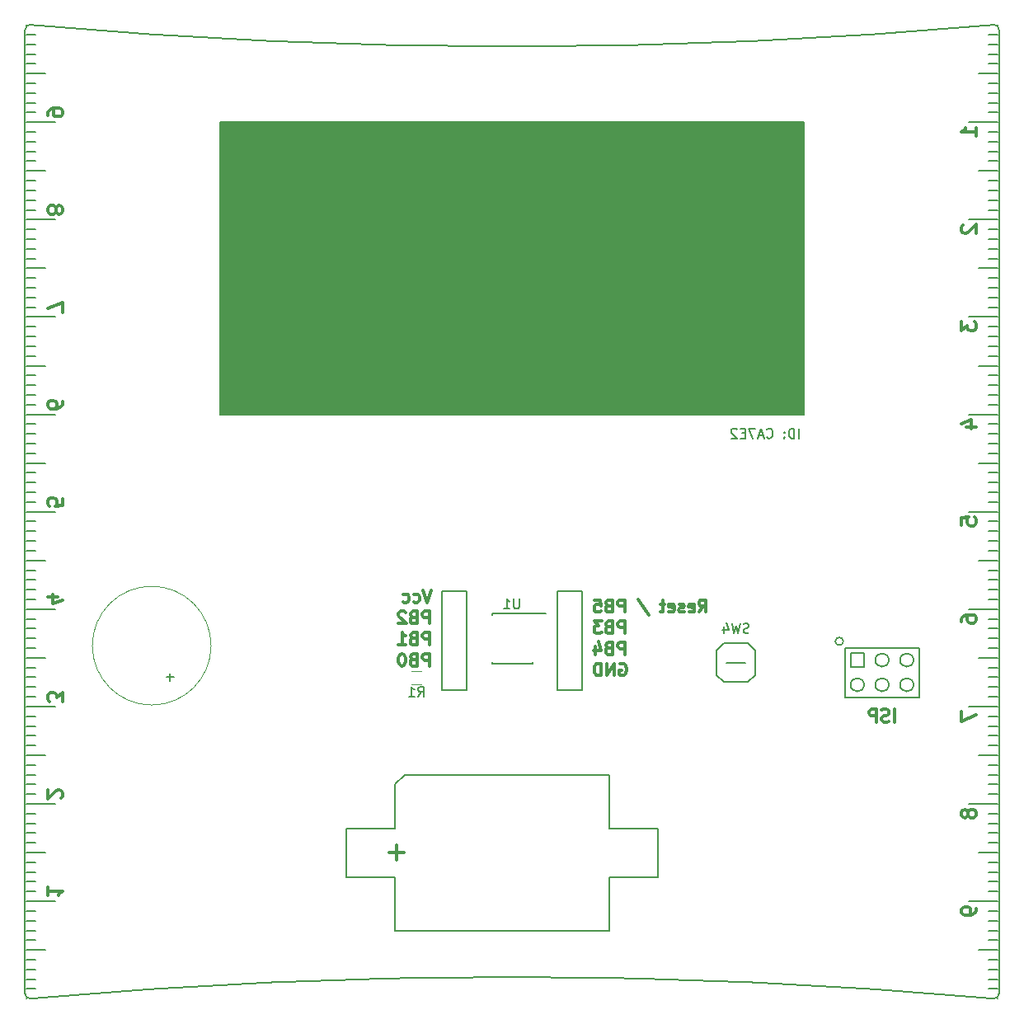
<source format=gbr>
%TF.GenerationSoftware,KiCad,Pcbnew,5.0.0*%
%TF.CreationDate,2018-09-20T16:03:51+02:00*%
%TF.ProjectId,adri,616472692E6B696361645F7063620000,rev?*%
%TF.SameCoordinates,Original*%
%TF.FileFunction,Legend,Bot*%
%TF.FilePolarity,Positive*%
%FSLAX46Y46*%
G04 Gerber Fmt 4.6, Leading zero omitted, Abs format (unit mm)*
G04 Created by KiCad (PCBNEW 5.0.0) date Thu Sep 20 16:03:51 2018*
%MOMM*%
%LPD*%
G01*
G04 APERTURE LIST*
%ADD10C,0.150000*%
%ADD11C,0.300000*%
%ADD12C,0.200000*%
%ADD13C,0.120000*%
%ADD14C,0.203200*%
G04 APERTURE END LIST*
D10*
X169452380Y-92452380D02*
X169452380Y-91452380D01*
X168976190Y-92452380D02*
X168976190Y-91452380D01*
X168738095Y-91452380D01*
X168595238Y-91500000D01*
X168500000Y-91595238D01*
X168452380Y-91690476D01*
X168404761Y-91880952D01*
X168404761Y-92023809D01*
X168452380Y-92214285D01*
X168500000Y-92309523D01*
X168595238Y-92404761D01*
X168738095Y-92452380D01*
X168976190Y-92452380D01*
X167976190Y-92357142D02*
X167928571Y-92404761D01*
X167976190Y-92452380D01*
X168023809Y-92404761D01*
X167976190Y-92357142D01*
X167976190Y-92452380D01*
X167976190Y-91833333D02*
X167928571Y-91880952D01*
X167976190Y-91928571D01*
X168023809Y-91880952D01*
X167976190Y-91833333D01*
X167976190Y-91928571D01*
X166166666Y-92357142D02*
X166214285Y-92404761D01*
X166357142Y-92452380D01*
X166452380Y-92452380D01*
X166595238Y-92404761D01*
X166690476Y-92309523D01*
X166738095Y-92214285D01*
X166785714Y-92023809D01*
X166785714Y-91880952D01*
X166738095Y-91690476D01*
X166690476Y-91595238D01*
X166595238Y-91500000D01*
X166452380Y-91452380D01*
X166357142Y-91452380D01*
X166214285Y-91500000D01*
X166166666Y-91547619D01*
X165785714Y-92166666D02*
X165309523Y-92166666D01*
X165880952Y-92452380D02*
X165547619Y-91452380D01*
X165214285Y-92452380D01*
X164976190Y-91452380D02*
X164309523Y-91452380D01*
X164738095Y-92452380D01*
X163928571Y-91928571D02*
X163595238Y-91928571D01*
X163452380Y-92452380D02*
X163928571Y-92452380D01*
X163928571Y-91452380D01*
X163452380Y-91452380D01*
X163071428Y-91547619D02*
X163023809Y-91500000D01*
X162928571Y-91452380D01*
X162690476Y-91452380D01*
X162595238Y-91500000D01*
X162547619Y-91547619D01*
X162500000Y-91642857D01*
X162500000Y-91738095D01*
X162547619Y-91880952D01*
X163119047Y-92452380D01*
X162500000Y-92452380D01*
G36*
X110000000Y-60000000D02*
X170000000Y-60000000D01*
X170000000Y-90000000D01*
X110000000Y-90000000D01*
X110000000Y-60000000D01*
G37*
X110000000Y-60000000D02*
X170000000Y-60000000D01*
X170000000Y-90000000D01*
X110000000Y-90000000D01*
X110000000Y-60000000D01*
X90500000Y-150000000D02*
G75*
G02X90000000Y-149500000I0J500000D01*
G01*
X190000000Y-149500000D02*
G75*
G02X189500000Y-150000000I-500000J0D01*
G01*
X189500000Y-50000000D02*
G75*
G02X190000000Y-50500000I0J-500000D01*
G01*
X90000000Y-50500000D02*
G75*
G02X90500000Y-50000000I500000J0D01*
G01*
D11*
X131685952Y-108052976D02*
X131269285Y-109302976D01*
X130852619Y-108052976D01*
X129900238Y-109243452D02*
X130019285Y-109302976D01*
X130257380Y-109302976D01*
X130376428Y-109243452D01*
X130435952Y-109183928D01*
X130495476Y-109064880D01*
X130495476Y-108707738D01*
X130435952Y-108588690D01*
X130376428Y-108529166D01*
X130257380Y-108469642D01*
X130019285Y-108469642D01*
X129900238Y-108529166D01*
X128828809Y-109243452D02*
X128947857Y-109302976D01*
X129185952Y-109302976D01*
X129305000Y-109243452D01*
X129364523Y-109183928D01*
X129424047Y-109064880D01*
X129424047Y-108707738D01*
X129364523Y-108588690D01*
X129305000Y-108529166D01*
X129185952Y-108469642D01*
X128947857Y-108469642D01*
X128828809Y-108529166D01*
X131507380Y-111477976D02*
X131507380Y-110227976D01*
X131031190Y-110227976D01*
X130912142Y-110287500D01*
X130852619Y-110347023D01*
X130793095Y-110466071D01*
X130793095Y-110644642D01*
X130852619Y-110763690D01*
X130912142Y-110823214D01*
X131031190Y-110882738D01*
X131507380Y-110882738D01*
X129840714Y-110823214D02*
X129662142Y-110882738D01*
X129602619Y-110942261D01*
X129543095Y-111061309D01*
X129543095Y-111239880D01*
X129602619Y-111358928D01*
X129662142Y-111418452D01*
X129781190Y-111477976D01*
X130257380Y-111477976D01*
X130257380Y-110227976D01*
X129840714Y-110227976D01*
X129721666Y-110287500D01*
X129662142Y-110347023D01*
X129602619Y-110466071D01*
X129602619Y-110585119D01*
X129662142Y-110704166D01*
X129721666Y-110763690D01*
X129840714Y-110823214D01*
X130257380Y-110823214D01*
X129066904Y-110347023D02*
X129007380Y-110287500D01*
X128888333Y-110227976D01*
X128590714Y-110227976D01*
X128471666Y-110287500D01*
X128412142Y-110347023D01*
X128352619Y-110466071D01*
X128352619Y-110585119D01*
X128412142Y-110763690D01*
X129126428Y-111477976D01*
X128352619Y-111477976D01*
X131507380Y-113652976D02*
X131507380Y-112402976D01*
X131031190Y-112402976D01*
X130912142Y-112462500D01*
X130852619Y-112522023D01*
X130793095Y-112641071D01*
X130793095Y-112819642D01*
X130852619Y-112938690D01*
X130912142Y-112998214D01*
X131031190Y-113057738D01*
X131507380Y-113057738D01*
X129840714Y-112998214D02*
X129662142Y-113057738D01*
X129602619Y-113117261D01*
X129543095Y-113236309D01*
X129543095Y-113414880D01*
X129602619Y-113533928D01*
X129662142Y-113593452D01*
X129781190Y-113652976D01*
X130257380Y-113652976D01*
X130257380Y-112402976D01*
X129840714Y-112402976D01*
X129721666Y-112462500D01*
X129662142Y-112522023D01*
X129602619Y-112641071D01*
X129602619Y-112760119D01*
X129662142Y-112879166D01*
X129721666Y-112938690D01*
X129840714Y-112998214D01*
X130257380Y-112998214D01*
X128352619Y-113652976D02*
X129066904Y-113652976D01*
X128709761Y-113652976D02*
X128709761Y-112402976D01*
X128828809Y-112581547D01*
X128947857Y-112700595D01*
X129066904Y-112760119D01*
X131507380Y-115827976D02*
X131507380Y-114577976D01*
X131031190Y-114577976D01*
X130912142Y-114637500D01*
X130852619Y-114697023D01*
X130793095Y-114816071D01*
X130793095Y-114994642D01*
X130852619Y-115113690D01*
X130912142Y-115173214D01*
X131031190Y-115232738D01*
X131507380Y-115232738D01*
X129840714Y-115173214D02*
X129662142Y-115232738D01*
X129602619Y-115292261D01*
X129543095Y-115411309D01*
X129543095Y-115589880D01*
X129602619Y-115708928D01*
X129662142Y-115768452D01*
X129781190Y-115827976D01*
X130257380Y-115827976D01*
X130257380Y-114577976D01*
X129840714Y-114577976D01*
X129721666Y-114637500D01*
X129662142Y-114697023D01*
X129602619Y-114816071D01*
X129602619Y-114935119D01*
X129662142Y-115054166D01*
X129721666Y-115113690D01*
X129840714Y-115173214D01*
X130257380Y-115173214D01*
X128769285Y-114577976D02*
X128650238Y-114577976D01*
X128531190Y-114637500D01*
X128471666Y-114697023D01*
X128412142Y-114816071D01*
X128352619Y-115054166D01*
X128352619Y-115351785D01*
X128412142Y-115589880D01*
X128471666Y-115708928D01*
X128531190Y-115768452D01*
X128650238Y-115827976D01*
X128769285Y-115827976D01*
X128888333Y-115768452D01*
X128947857Y-115708928D01*
X129007380Y-115589880D01*
X129066904Y-115351785D01*
X129066904Y-115054166D01*
X129007380Y-114816071D01*
X128947857Y-114697023D01*
X128888333Y-114637500D01*
X128769285Y-114577976D01*
X159206904Y-110302976D02*
X159623571Y-109707738D01*
X159921190Y-110302976D02*
X159921190Y-109052976D01*
X159445000Y-109052976D01*
X159325952Y-109112500D01*
X159266428Y-109172023D01*
X159206904Y-109291071D01*
X159206904Y-109469642D01*
X159266428Y-109588690D01*
X159325952Y-109648214D01*
X159445000Y-109707738D01*
X159921190Y-109707738D01*
X158195000Y-110243452D02*
X158314047Y-110302976D01*
X158552142Y-110302976D01*
X158671190Y-110243452D01*
X158730714Y-110124404D01*
X158730714Y-109648214D01*
X158671190Y-109529166D01*
X158552142Y-109469642D01*
X158314047Y-109469642D01*
X158195000Y-109529166D01*
X158135476Y-109648214D01*
X158135476Y-109767261D01*
X158730714Y-109886309D01*
X157659285Y-110243452D02*
X157540238Y-110302976D01*
X157302142Y-110302976D01*
X157183095Y-110243452D01*
X157123571Y-110124404D01*
X157123571Y-110064880D01*
X157183095Y-109945833D01*
X157302142Y-109886309D01*
X157480714Y-109886309D01*
X157599761Y-109826785D01*
X157659285Y-109707738D01*
X157659285Y-109648214D01*
X157599761Y-109529166D01*
X157480714Y-109469642D01*
X157302142Y-109469642D01*
X157183095Y-109529166D01*
X156111666Y-110243452D02*
X156230714Y-110302976D01*
X156468809Y-110302976D01*
X156587857Y-110243452D01*
X156647380Y-110124404D01*
X156647380Y-109648214D01*
X156587857Y-109529166D01*
X156468809Y-109469642D01*
X156230714Y-109469642D01*
X156111666Y-109529166D01*
X156052142Y-109648214D01*
X156052142Y-109767261D01*
X156647380Y-109886309D01*
X155695000Y-109469642D02*
X155218809Y-109469642D01*
X155516428Y-109052976D02*
X155516428Y-110124404D01*
X155456904Y-110243452D01*
X155337857Y-110302976D01*
X155218809Y-110302976D01*
X152956904Y-108993452D02*
X154028333Y-110600595D01*
X151587857Y-110302976D02*
X151587857Y-109052976D01*
X151111666Y-109052976D01*
X150992619Y-109112500D01*
X150933095Y-109172023D01*
X150873571Y-109291071D01*
X150873571Y-109469642D01*
X150933095Y-109588690D01*
X150992619Y-109648214D01*
X151111666Y-109707738D01*
X151587857Y-109707738D01*
X149921190Y-109648214D02*
X149742619Y-109707738D01*
X149683095Y-109767261D01*
X149623571Y-109886309D01*
X149623571Y-110064880D01*
X149683095Y-110183928D01*
X149742619Y-110243452D01*
X149861666Y-110302976D01*
X150337857Y-110302976D01*
X150337857Y-109052976D01*
X149921190Y-109052976D01*
X149802142Y-109112500D01*
X149742619Y-109172023D01*
X149683095Y-109291071D01*
X149683095Y-109410119D01*
X149742619Y-109529166D01*
X149802142Y-109588690D01*
X149921190Y-109648214D01*
X150337857Y-109648214D01*
X148492619Y-109052976D02*
X149087857Y-109052976D01*
X149147380Y-109648214D01*
X149087857Y-109588690D01*
X148968809Y-109529166D01*
X148671190Y-109529166D01*
X148552142Y-109588690D01*
X148492619Y-109648214D01*
X148433095Y-109767261D01*
X148433095Y-110064880D01*
X148492619Y-110183928D01*
X148552142Y-110243452D01*
X148671190Y-110302976D01*
X148968809Y-110302976D01*
X149087857Y-110243452D01*
X149147380Y-110183928D01*
X151587857Y-112477976D02*
X151587857Y-111227976D01*
X151111666Y-111227976D01*
X150992619Y-111287500D01*
X150933095Y-111347023D01*
X150873571Y-111466071D01*
X150873571Y-111644642D01*
X150933095Y-111763690D01*
X150992619Y-111823214D01*
X151111666Y-111882738D01*
X151587857Y-111882738D01*
X149921190Y-111823214D02*
X149742619Y-111882738D01*
X149683095Y-111942261D01*
X149623571Y-112061309D01*
X149623571Y-112239880D01*
X149683095Y-112358928D01*
X149742619Y-112418452D01*
X149861666Y-112477976D01*
X150337857Y-112477976D01*
X150337857Y-111227976D01*
X149921190Y-111227976D01*
X149802142Y-111287500D01*
X149742619Y-111347023D01*
X149683095Y-111466071D01*
X149683095Y-111585119D01*
X149742619Y-111704166D01*
X149802142Y-111763690D01*
X149921190Y-111823214D01*
X150337857Y-111823214D01*
X149206904Y-111227976D02*
X148433095Y-111227976D01*
X148849761Y-111704166D01*
X148671190Y-111704166D01*
X148552142Y-111763690D01*
X148492619Y-111823214D01*
X148433095Y-111942261D01*
X148433095Y-112239880D01*
X148492619Y-112358928D01*
X148552142Y-112418452D01*
X148671190Y-112477976D01*
X149028333Y-112477976D01*
X149147380Y-112418452D01*
X149206904Y-112358928D01*
X151587857Y-114652976D02*
X151587857Y-113402976D01*
X151111666Y-113402976D01*
X150992619Y-113462500D01*
X150933095Y-113522023D01*
X150873571Y-113641071D01*
X150873571Y-113819642D01*
X150933095Y-113938690D01*
X150992619Y-113998214D01*
X151111666Y-114057738D01*
X151587857Y-114057738D01*
X149921190Y-113998214D02*
X149742619Y-114057738D01*
X149683095Y-114117261D01*
X149623571Y-114236309D01*
X149623571Y-114414880D01*
X149683095Y-114533928D01*
X149742619Y-114593452D01*
X149861666Y-114652976D01*
X150337857Y-114652976D01*
X150337857Y-113402976D01*
X149921190Y-113402976D01*
X149802142Y-113462500D01*
X149742619Y-113522023D01*
X149683095Y-113641071D01*
X149683095Y-113760119D01*
X149742619Y-113879166D01*
X149802142Y-113938690D01*
X149921190Y-113998214D01*
X150337857Y-113998214D01*
X148552142Y-113819642D02*
X148552142Y-114652976D01*
X148849761Y-113343452D02*
X149147380Y-114236309D01*
X148373571Y-114236309D01*
X151052142Y-115637500D02*
X151171190Y-115577976D01*
X151349761Y-115577976D01*
X151528333Y-115637500D01*
X151647380Y-115756547D01*
X151706904Y-115875595D01*
X151766428Y-116113690D01*
X151766428Y-116292261D01*
X151706904Y-116530357D01*
X151647380Y-116649404D01*
X151528333Y-116768452D01*
X151349761Y-116827976D01*
X151230714Y-116827976D01*
X151052142Y-116768452D01*
X150992619Y-116708928D01*
X150992619Y-116292261D01*
X151230714Y-116292261D01*
X150456904Y-116827976D02*
X150456904Y-115577976D01*
X149742619Y-116827976D01*
X149742619Y-115577976D01*
X149147380Y-116827976D02*
X149147380Y-115577976D01*
X148849761Y-115577976D01*
X148671190Y-115637500D01*
X148552142Y-115756547D01*
X148492619Y-115875595D01*
X148433095Y-116113690D01*
X148433095Y-116292261D01*
X148492619Y-116530357D01*
X148552142Y-116649404D01*
X148671190Y-116768452D01*
X148849761Y-116827976D01*
X149147380Y-116827976D01*
X179269047Y-121588095D02*
X179269047Y-120288095D01*
X178711904Y-121526190D02*
X178526190Y-121588095D01*
X178216666Y-121588095D01*
X178092857Y-121526190D01*
X178030952Y-121464285D01*
X177969047Y-121340476D01*
X177969047Y-121216666D01*
X178030952Y-121092857D01*
X178092857Y-121030952D01*
X178216666Y-120969047D01*
X178464285Y-120907142D01*
X178588095Y-120845238D01*
X178650000Y-120783333D01*
X178711904Y-120659523D01*
X178711904Y-120535714D01*
X178650000Y-120411904D01*
X178588095Y-120350000D01*
X178464285Y-120288095D01*
X178154761Y-120288095D01*
X177969047Y-120350000D01*
X177411904Y-121588095D02*
X177411904Y-120288095D01*
X176916666Y-120288095D01*
X176792857Y-120350000D01*
X176730952Y-120411904D01*
X176669047Y-120535714D01*
X176669047Y-120721428D01*
X176730952Y-120845238D01*
X176792857Y-120907142D01*
X176916666Y-120969047D01*
X177411904Y-120969047D01*
X186178571Y-101357142D02*
X186178571Y-100642857D01*
X186892857Y-100571428D01*
X186821428Y-100642857D01*
X186750000Y-100785714D01*
X186750000Y-101142857D01*
X186821428Y-101285714D01*
X186892857Y-101357142D01*
X187035714Y-101428571D01*
X187392857Y-101428571D01*
X187535714Y-101357142D01*
X187607142Y-101285714D01*
X187678571Y-101142857D01*
X187678571Y-100785714D01*
X187607142Y-100642857D01*
X187535714Y-100571428D01*
X186678571Y-91285714D02*
X187678571Y-91285714D01*
X186107142Y-90928571D02*
X187178571Y-90571428D01*
X187178571Y-91500000D01*
X187678571Y-61428571D02*
X187678571Y-60571428D01*
X187678571Y-61000000D02*
X186178571Y-61000000D01*
X186392857Y-60857142D01*
X186535714Y-60714285D01*
X186607142Y-60571428D01*
X186178571Y-80500000D02*
X186178571Y-81428571D01*
X186750000Y-80928571D01*
X186750000Y-81142857D01*
X186821428Y-81285714D01*
X186892857Y-81357142D01*
X187035714Y-81428571D01*
X187392857Y-81428571D01*
X187535714Y-81357142D01*
X187607142Y-81285714D01*
X187678571Y-81142857D01*
X187678571Y-80714285D01*
X187607142Y-80571428D01*
X187535714Y-80500000D01*
X186178571Y-120500000D02*
X186178571Y-121500000D01*
X187678571Y-120857142D01*
X187678571Y-140714285D02*
X187678571Y-141000000D01*
X187607142Y-141142857D01*
X187535714Y-141214285D01*
X187321428Y-141357142D01*
X187035714Y-141428571D01*
X186464285Y-141428571D01*
X186321428Y-141357142D01*
X186250000Y-141285714D01*
X186178571Y-141142857D01*
X186178571Y-140857142D01*
X186250000Y-140714285D01*
X186321428Y-140642857D01*
X186464285Y-140571428D01*
X186821428Y-140571428D01*
X186964285Y-140642857D01*
X187035714Y-140714285D01*
X187107142Y-140857142D01*
X187107142Y-141142857D01*
X187035714Y-141285714D01*
X186964285Y-141357142D01*
X186821428Y-141428571D01*
X186821428Y-130857142D02*
X186750000Y-130714285D01*
X186678571Y-130642857D01*
X186535714Y-130571428D01*
X186464285Y-130571428D01*
X186321428Y-130642857D01*
X186250000Y-130714285D01*
X186178571Y-130857142D01*
X186178571Y-131142857D01*
X186250000Y-131285714D01*
X186321428Y-131357142D01*
X186464285Y-131428571D01*
X186535714Y-131428571D01*
X186678571Y-131357142D01*
X186750000Y-131285714D01*
X186821428Y-131142857D01*
X186821428Y-130857142D01*
X186892857Y-130714285D01*
X186964285Y-130642857D01*
X187107142Y-130571428D01*
X187392857Y-130571428D01*
X187535714Y-130642857D01*
X187607142Y-130714285D01*
X187678571Y-130857142D01*
X187678571Y-131142857D01*
X187607142Y-131285714D01*
X187535714Y-131357142D01*
X187392857Y-131428571D01*
X187107142Y-131428571D01*
X186964285Y-131357142D01*
X186892857Y-131285714D01*
X186821428Y-131142857D01*
X186321428Y-70571428D02*
X186250000Y-70642857D01*
X186178571Y-70785714D01*
X186178571Y-71142857D01*
X186250000Y-71285714D01*
X186321428Y-71357142D01*
X186464285Y-71428571D01*
X186607142Y-71428571D01*
X186821428Y-71357142D01*
X187678571Y-70500000D01*
X187678571Y-71428571D01*
X186178571Y-111285714D02*
X186178571Y-111000000D01*
X186250000Y-110857142D01*
X186321428Y-110785714D01*
X186535714Y-110642857D01*
X186821428Y-110571428D01*
X187392857Y-110571428D01*
X187535714Y-110642857D01*
X187607142Y-110714285D01*
X187678571Y-110857142D01*
X187678571Y-111142857D01*
X187607142Y-111285714D01*
X187535714Y-111357142D01*
X187392857Y-111428571D01*
X187035714Y-111428571D01*
X186892857Y-111357142D01*
X186821428Y-111285714D01*
X186750000Y-111142857D01*
X186750000Y-110857142D01*
X186821428Y-110714285D01*
X186892857Y-110642857D01*
X187035714Y-110571428D01*
D10*
X90500001Y-150000000D02*
G75*
G02X189500000Y-150000000I49499999J-550000000D01*
G01*
X189499999Y-50000000D02*
G75*
G02X90500000Y-50000000I-49500000J549999999D01*
G01*
D11*
X92321428Y-59285714D02*
X92321428Y-59000000D01*
X92392857Y-58857142D01*
X92464285Y-58785714D01*
X92678571Y-58642857D01*
X92964285Y-58571428D01*
X93535714Y-58571428D01*
X93678571Y-58642857D01*
X93750000Y-58714285D01*
X93821428Y-58857142D01*
X93821428Y-59142857D01*
X93750000Y-59285714D01*
X93678571Y-59357142D01*
X93535714Y-59428571D01*
X93178571Y-59428571D01*
X93035714Y-59357142D01*
X92964285Y-59285714D01*
X92892857Y-59142857D01*
X92892857Y-58857142D01*
X92964285Y-58714285D01*
X93035714Y-58642857D01*
X93178571Y-58571428D01*
X93178571Y-69142857D02*
X93250000Y-69285714D01*
X93321428Y-69357142D01*
X93464285Y-69428571D01*
X93535714Y-69428571D01*
X93678571Y-69357142D01*
X93750000Y-69285714D01*
X93821428Y-69142857D01*
X93821428Y-68857142D01*
X93750000Y-68714285D01*
X93678571Y-68642857D01*
X93535714Y-68571428D01*
X93464285Y-68571428D01*
X93321428Y-68642857D01*
X93250000Y-68714285D01*
X93178571Y-68857142D01*
X93178571Y-69142857D01*
X93107142Y-69285714D01*
X93035714Y-69357142D01*
X92892857Y-69428571D01*
X92607142Y-69428571D01*
X92464285Y-69357142D01*
X92392857Y-69285714D01*
X92321428Y-69142857D01*
X92321428Y-68857142D01*
X92392857Y-68714285D01*
X92464285Y-68642857D01*
X92607142Y-68571428D01*
X92892857Y-68571428D01*
X93035714Y-68642857D01*
X93107142Y-68714285D01*
X93178571Y-68857142D01*
X93821428Y-79500000D02*
X93821428Y-78500000D01*
X92321428Y-79142857D01*
X93821428Y-88714285D02*
X93821428Y-89000000D01*
X93750000Y-89142857D01*
X93678571Y-89214285D01*
X93464285Y-89357142D01*
X93178571Y-89428571D01*
X92607142Y-89428571D01*
X92464285Y-89357142D01*
X92392857Y-89285714D01*
X92321428Y-89142857D01*
X92321428Y-88857142D01*
X92392857Y-88714285D01*
X92464285Y-88642857D01*
X92607142Y-88571428D01*
X92964285Y-88571428D01*
X93107142Y-88642857D01*
X93178571Y-88714285D01*
X93250000Y-88857142D01*
X93250000Y-89142857D01*
X93178571Y-89285714D01*
X93107142Y-89357142D01*
X92964285Y-89428571D01*
X93821428Y-98642857D02*
X93821428Y-99357142D01*
X93107142Y-99428571D01*
X93178571Y-99357142D01*
X93250000Y-99214285D01*
X93250000Y-98857142D01*
X93178571Y-98714285D01*
X93107142Y-98642857D01*
X92964285Y-98571428D01*
X92607142Y-98571428D01*
X92464285Y-98642857D01*
X92392857Y-98714285D01*
X92321428Y-98857142D01*
X92321428Y-99214285D01*
X92392857Y-99357142D01*
X92464285Y-99428571D01*
X93321428Y-108714285D02*
X92321428Y-108714285D01*
X93892857Y-109071428D02*
X92821428Y-109428571D01*
X92821428Y-108500000D01*
X93821428Y-119500000D02*
X93821428Y-118571428D01*
X93250000Y-119071428D01*
X93250000Y-118857142D01*
X93178571Y-118714285D01*
X93107142Y-118642857D01*
X92964285Y-118571428D01*
X92607142Y-118571428D01*
X92464285Y-118642857D01*
X92392857Y-118714285D01*
X92321428Y-118857142D01*
X92321428Y-119285714D01*
X92392857Y-119428571D01*
X92464285Y-119500000D01*
X93678571Y-129428571D02*
X93750000Y-129357142D01*
X93821428Y-129214285D01*
X93821428Y-128857142D01*
X93750000Y-128714285D01*
X93678571Y-128642857D01*
X93535714Y-128571428D01*
X93392857Y-128571428D01*
X93178571Y-128642857D01*
X92321428Y-129500000D01*
X92321428Y-128571428D01*
X92321428Y-138571428D02*
X92321428Y-139428571D01*
X92321428Y-139000000D02*
X93821428Y-139000000D01*
X93607142Y-139142857D01*
X93464285Y-139285714D01*
X93392857Y-139428571D01*
D10*
X90000000Y-149500000D02*
X90000000Y-50500000D01*
X190000000Y-149500000D02*
X190000000Y-50500000D01*
D12*
X189900000Y-80000000D02*
X186900000Y-80000000D01*
D10*
X189900000Y-81000000D02*
X188900000Y-81000000D01*
X189900000Y-82000000D02*
X188900000Y-82000000D01*
X189900000Y-83000000D02*
X188900000Y-83000000D01*
X189900000Y-84000000D02*
X188900000Y-84000000D01*
D12*
X189900000Y-85000000D02*
X187900000Y-85000000D01*
D10*
X189900000Y-86000000D02*
X188900000Y-86000000D01*
X189900000Y-87000000D02*
X188900000Y-87000000D01*
X189900000Y-88000000D02*
X188900000Y-88000000D01*
X189900000Y-89000000D02*
X188900000Y-89000000D01*
D12*
X189900000Y-90000000D02*
X186900000Y-90000000D01*
X189900000Y-70000000D02*
X186900000Y-70000000D01*
D10*
X189900000Y-69000000D02*
X188900000Y-69000000D01*
X189900000Y-68000000D02*
X188900000Y-68000000D01*
X189900000Y-67000000D02*
X188900000Y-67000000D01*
X189900000Y-66000000D02*
X188900000Y-66000000D01*
D12*
X189900000Y-65000000D02*
X187900000Y-65000000D01*
D10*
X189900000Y-64000000D02*
X188900000Y-64000000D01*
X189900000Y-63000000D02*
X188900000Y-63000000D01*
X189900000Y-62000000D02*
X188900000Y-62000000D01*
X189900000Y-61000000D02*
X188900000Y-61000000D01*
D12*
X189900000Y-60000000D02*
X186900000Y-60000000D01*
X189900000Y-70000000D02*
X186900000Y-70000000D01*
D10*
X189900000Y-71000000D02*
X188900000Y-71000000D01*
X189900000Y-72000000D02*
X188900000Y-72000000D01*
X189900000Y-73000000D02*
X188900000Y-73000000D01*
X189900000Y-74000000D02*
X188900000Y-74000000D01*
D12*
X189900000Y-75000000D02*
X187900000Y-75000000D01*
D10*
X189900000Y-76000000D02*
X188900000Y-76000000D01*
X189900000Y-77000000D02*
X188900000Y-77000000D01*
X189900000Y-78000000D02*
X188900000Y-78000000D01*
X189900000Y-79000000D02*
X188900000Y-79000000D01*
D12*
X189900000Y-80000000D02*
X186900000Y-80000000D01*
X189900000Y-100000000D02*
X186900000Y-100000000D01*
D10*
X189900000Y-99000000D02*
X188900000Y-99000000D01*
X189900000Y-98000000D02*
X188900000Y-98000000D01*
X189900000Y-97000000D02*
X188900000Y-97000000D01*
X189900000Y-96000000D02*
X188900000Y-96000000D01*
D12*
X189900000Y-95000000D02*
X187900000Y-95000000D01*
D10*
X189900000Y-94000000D02*
X188900000Y-94000000D01*
X189900000Y-93000000D02*
X188900000Y-93000000D01*
X189900000Y-92000000D02*
X188900000Y-92000000D01*
X189900000Y-91000000D02*
X188900000Y-91000000D01*
D12*
X189900000Y-90000000D02*
X186900000Y-90000000D01*
X189900000Y-130000000D02*
X186900000Y-130000000D01*
D10*
X189900000Y-131000000D02*
X188900000Y-131000000D01*
X189900000Y-132000000D02*
X188900000Y-132000000D01*
X189900000Y-133000000D02*
X188900000Y-133000000D01*
X189900000Y-134000000D02*
X188900000Y-134000000D01*
D12*
X189900000Y-135000000D02*
X187900000Y-135000000D01*
D10*
X189900000Y-136000000D02*
X188900000Y-136000000D01*
X189900000Y-137000000D02*
X188900000Y-137000000D01*
X189900000Y-138000000D02*
X188900000Y-138000000D01*
X189900000Y-139000000D02*
X188900000Y-139000000D01*
D12*
X189900000Y-140000000D02*
X186900000Y-140000000D01*
X189900000Y-100000000D02*
X186900000Y-100000000D01*
D10*
X189900000Y-101000000D02*
X188900000Y-101000000D01*
X189900000Y-102000000D02*
X188900000Y-102000000D01*
X189900000Y-103000000D02*
X188900000Y-103000000D01*
X189900000Y-104000000D02*
X188900000Y-104000000D01*
D12*
X189900000Y-105000000D02*
X187900000Y-105000000D01*
D10*
X189900000Y-106000000D02*
X188900000Y-106000000D01*
X189900000Y-107000000D02*
X188900000Y-107000000D01*
X189900000Y-108000000D02*
X188900000Y-108000000D01*
X189900000Y-109000000D02*
X188900000Y-109000000D01*
D12*
X189900000Y-110000000D02*
X186900000Y-110000000D01*
X189900000Y-130000000D02*
X186900000Y-130000000D01*
D10*
X189900000Y-129000000D02*
X188900000Y-129000000D01*
X189900000Y-128000000D02*
X188900000Y-128000000D01*
X189900000Y-127000000D02*
X188900000Y-127000000D01*
X189900000Y-126000000D02*
X188900000Y-126000000D01*
D12*
X189900000Y-125000000D02*
X187900000Y-125000000D01*
D10*
X189900000Y-124000000D02*
X188900000Y-124000000D01*
X189900000Y-123000000D02*
X188900000Y-123000000D01*
X189900000Y-122000000D02*
X188900000Y-122000000D01*
X189900000Y-121000000D02*
X188900000Y-121000000D01*
D12*
X189900000Y-120000000D02*
X186900000Y-120000000D01*
X189900000Y-120000000D02*
X186900000Y-120000000D01*
D10*
X189900000Y-119000000D02*
X188900000Y-119000000D01*
X189900000Y-118000000D02*
X188900000Y-118000000D01*
X189900000Y-117000000D02*
X188900000Y-117000000D01*
X189900000Y-116000000D02*
X188900000Y-116000000D01*
D12*
X189900000Y-115000000D02*
X187900000Y-115000000D01*
D10*
X189900000Y-114000000D02*
X188900000Y-114000000D01*
X189900000Y-113000000D02*
X188900000Y-113000000D01*
X189900000Y-112000000D02*
X188900000Y-112000000D01*
X189900000Y-111000000D02*
X188900000Y-111000000D01*
D12*
X189900000Y-110000000D02*
X186900000Y-110000000D01*
X189900000Y-150000000D02*
X189900000Y-150000000D01*
X189900000Y-140000000D02*
X189900000Y-140000000D01*
D10*
X189900000Y-141000000D02*
X188900000Y-141000000D01*
X189900000Y-142000000D02*
X188900000Y-142000000D01*
X189900000Y-143000000D02*
X188900000Y-143000000D01*
X189900000Y-144000000D02*
X188900000Y-144000000D01*
D12*
X189900000Y-145000000D02*
X187900000Y-145000000D01*
D10*
X189900000Y-146000000D02*
X188900000Y-146000000D01*
X189900000Y-147000000D02*
X188900000Y-147000000D01*
X189900000Y-148000000D02*
X188900000Y-148000000D01*
X189900000Y-149000000D02*
X188900000Y-149000000D01*
X189900000Y-59000000D02*
X188900000Y-59000000D01*
X189900000Y-58000000D02*
X188900000Y-58000000D01*
X189900000Y-57000000D02*
X188900000Y-57000000D01*
X189900000Y-56000000D02*
X188900000Y-56000000D01*
D12*
X189900000Y-55000000D02*
X187900000Y-55000000D01*
D10*
X189900000Y-54000000D02*
X188900000Y-54000000D01*
X189900000Y-53000000D02*
X188900000Y-53000000D01*
X189900000Y-52000000D02*
X188900000Y-52000000D01*
X189900000Y-51000000D02*
X188900000Y-51000000D01*
D12*
X189900000Y-50000000D02*
X189900000Y-50000000D01*
X189900000Y-60000000D02*
X189900000Y-60000000D01*
D10*
X90100000Y-51000000D02*
X91100000Y-51000000D01*
X90100000Y-52000000D02*
X91100000Y-52000000D01*
X90100000Y-53000000D02*
X91100000Y-53000000D01*
X90100000Y-54000000D02*
X91100000Y-54000000D01*
D12*
X90100000Y-55000000D02*
X92100000Y-55000000D01*
D10*
X90100000Y-56000000D02*
X91100000Y-56000000D01*
X90100000Y-57000000D02*
X91100000Y-57000000D01*
X90100000Y-58000000D02*
X91100000Y-58000000D01*
X90100000Y-59000000D02*
X91100000Y-59000000D01*
D12*
X90100000Y-60000000D02*
X90100000Y-60000000D01*
X90100000Y-50000000D02*
X90100000Y-50000000D01*
X90100000Y-80000000D02*
X93100000Y-80000000D01*
D10*
X90100000Y-79000000D02*
X91100000Y-79000000D01*
X90100000Y-78000000D02*
X91100000Y-78000000D01*
X90100000Y-77000000D02*
X91100000Y-77000000D01*
X90100000Y-76000000D02*
X91100000Y-76000000D01*
D12*
X90100000Y-75000000D02*
X92100000Y-75000000D01*
D10*
X90100000Y-74000000D02*
X91100000Y-74000000D01*
X90100000Y-73000000D02*
X91100000Y-73000000D01*
X90100000Y-72000000D02*
X91100000Y-72000000D01*
X90100000Y-71000000D02*
X91100000Y-71000000D01*
D12*
X90100000Y-70000000D02*
X93100000Y-70000000D01*
X90100000Y-90000000D02*
X93100000Y-90000000D01*
D10*
X90100000Y-91000000D02*
X91100000Y-91000000D01*
X90100000Y-92000000D02*
X91100000Y-92000000D01*
X90100000Y-93000000D02*
X91100000Y-93000000D01*
X90100000Y-94000000D02*
X91100000Y-94000000D01*
D12*
X90100000Y-95000000D02*
X92100000Y-95000000D01*
D10*
X90100000Y-96000000D02*
X91100000Y-96000000D01*
X90100000Y-97000000D02*
X91100000Y-97000000D01*
X90100000Y-98000000D02*
X91100000Y-98000000D01*
X90100000Y-99000000D02*
X91100000Y-99000000D01*
D12*
X90100000Y-100000000D02*
X93100000Y-100000000D01*
X90100000Y-90000000D02*
X93100000Y-90000000D01*
D10*
X90100000Y-89000000D02*
X91100000Y-89000000D01*
X90100000Y-88000000D02*
X91100000Y-88000000D01*
X90100000Y-87000000D02*
X91100000Y-87000000D01*
X90100000Y-86000000D02*
X91100000Y-86000000D01*
D12*
X90100000Y-85000000D02*
X92100000Y-85000000D01*
D10*
X90100000Y-84000000D02*
X91100000Y-84000000D01*
X90100000Y-83000000D02*
X91100000Y-83000000D01*
X90100000Y-82000000D02*
X91100000Y-82000000D01*
X90100000Y-81000000D02*
X91100000Y-81000000D01*
D12*
X90100000Y-80000000D02*
X93100000Y-80000000D01*
X90100000Y-60000000D02*
X93100000Y-60000000D01*
D10*
X90100000Y-61000000D02*
X91100000Y-61000000D01*
X90100000Y-62000000D02*
X91100000Y-62000000D01*
X90100000Y-63000000D02*
X91100000Y-63000000D01*
X90100000Y-64000000D02*
X91100000Y-64000000D01*
D12*
X90100000Y-65000000D02*
X92100000Y-65000000D01*
D10*
X90100000Y-66000000D02*
X91100000Y-66000000D01*
X90100000Y-67000000D02*
X91100000Y-67000000D01*
X90100000Y-68000000D02*
X91100000Y-68000000D01*
X90100000Y-69000000D02*
X91100000Y-69000000D01*
D12*
X90100000Y-70000000D02*
X93100000Y-70000000D01*
X90100000Y-110000000D02*
X93100000Y-110000000D01*
D10*
X90100000Y-111000000D02*
X91100000Y-111000000D01*
X90100000Y-112000000D02*
X91100000Y-112000000D01*
X90100000Y-113000000D02*
X91100000Y-113000000D01*
X90100000Y-114000000D02*
X91100000Y-114000000D01*
D12*
X90100000Y-115000000D02*
X92100000Y-115000000D01*
D10*
X90100000Y-116000000D02*
X91100000Y-116000000D01*
X90100000Y-117000000D02*
X91100000Y-117000000D01*
X90100000Y-118000000D02*
X91100000Y-118000000D01*
X90100000Y-119000000D02*
X91100000Y-119000000D01*
D12*
X90100000Y-120000000D02*
X93100000Y-120000000D01*
X90100000Y-110000000D02*
X93100000Y-110000000D01*
D10*
X90100000Y-109000000D02*
X91100000Y-109000000D01*
X90100000Y-108000000D02*
X91100000Y-108000000D01*
X90100000Y-107000000D02*
X91100000Y-107000000D01*
X90100000Y-106000000D02*
X91100000Y-106000000D01*
D12*
X90100000Y-105000000D02*
X92100000Y-105000000D01*
D10*
X90100000Y-104000000D02*
X91100000Y-104000000D01*
X90100000Y-103000000D02*
X91100000Y-103000000D01*
X90100000Y-102000000D02*
X91100000Y-102000000D01*
X90100000Y-101000000D02*
X91100000Y-101000000D01*
D12*
X90100000Y-100000000D02*
X93100000Y-100000000D01*
X90100000Y-120000000D02*
X93100000Y-120000000D01*
D10*
X90100000Y-121000000D02*
X91100000Y-121000000D01*
X90100000Y-122000000D02*
X91100000Y-122000000D01*
X90100000Y-123000000D02*
X91100000Y-123000000D01*
X90100000Y-124000000D02*
X91100000Y-124000000D01*
D12*
X90100000Y-125000000D02*
X92100000Y-125000000D01*
D10*
X90100000Y-126000000D02*
X91100000Y-126000000D01*
X90100000Y-127000000D02*
X91100000Y-127000000D01*
X90100000Y-128000000D02*
X91100000Y-128000000D01*
X90100000Y-129000000D02*
X91100000Y-129000000D01*
D12*
X90100000Y-130000000D02*
X93100000Y-130000000D01*
X90100000Y-140000000D02*
X90100000Y-140000000D01*
X90100000Y-150000000D02*
X90100000Y-150000000D01*
D10*
X90100000Y-149000000D02*
X91100000Y-149000000D01*
X90100000Y-148000000D02*
X91100000Y-148000000D01*
X90100000Y-147000000D02*
X91100000Y-147000000D01*
X90100000Y-146000000D02*
X91100000Y-146000000D01*
D12*
X90100000Y-145000000D02*
X92100000Y-145000000D01*
D10*
X90100000Y-144000000D02*
X91100000Y-144000000D01*
X90100000Y-143000000D02*
X91100000Y-143000000D01*
X90100000Y-142000000D02*
X91100000Y-142000000D01*
X90100000Y-141000000D02*
X91100000Y-141000000D01*
D12*
X90100000Y-140000000D02*
X93100000Y-140000000D01*
D10*
X90100000Y-139000000D02*
X91100000Y-139000000D01*
X90100000Y-138000000D02*
X91100000Y-138000000D01*
X90100000Y-137000000D02*
X91100000Y-137000000D01*
X90100000Y-136000000D02*
X91100000Y-136000000D01*
D12*
X90100000Y-135000000D02*
X92100000Y-135000000D01*
D10*
X90100000Y-134000000D02*
X91100000Y-134000000D01*
X90100000Y-133000000D02*
X91100000Y-133000000D01*
X90100000Y-132000000D02*
X91100000Y-132000000D01*
X90100000Y-131000000D02*
X91100000Y-131000000D01*
D12*
X90100000Y-130000000D02*
X93100000Y-130000000D01*
X129000000Y-127000000D02*
X150000000Y-127000000D01*
X150000000Y-143000000D02*
X150000000Y-137500000D01*
X150000000Y-132500000D02*
X155000000Y-132500000D01*
X155000000Y-132500000D02*
X155000000Y-137500000D01*
X155000000Y-137500000D02*
X150000000Y-137500000D01*
X150000000Y-132500000D02*
X150000000Y-127000000D01*
X128000000Y-143000000D02*
X150000000Y-143000000D01*
X123000000Y-137500000D02*
X123000000Y-132500000D01*
X128000000Y-128000000D02*
X128000000Y-132500000D01*
X128000000Y-137500000D02*
X128000000Y-143000000D01*
X128000000Y-137500000D02*
X123000000Y-137500000D01*
X123000000Y-132500000D02*
X128000000Y-132500000D01*
X129000000Y-127000000D02*
X128000000Y-128000000D01*
D13*
X109100000Y-113750000D02*
G75*
G03X109100000Y-113750000I-6100000J0D01*
G01*
D10*
X174013113Y-113310000D02*
G75*
G03X174013113Y-113310000I-403113J0D01*
G01*
D14*
X181810000Y-113960000D02*
X174190000Y-113960000D01*
X174190000Y-119040000D02*
X181810000Y-119040000D01*
X181810000Y-119040000D02*
X181810000Y-113960000D01*
X174190000Y-113960000D02*
X174190000Y-119040000D01*
D13*
X129700000Y-117760000D02*
X130700000Y-117760000D01*
X130700000Y-116400000D02*
X129700000Y-116400000D01*
D10*
X142075000Y-110475000D02*
X143475000Y-110475000D01*
X142075000Y-115575000D02*
X137925000Y-115575000D01*
X142075000Y-110425000D02*
X137925000Y-110425000D01*
X142075000Y-115575000D02*
X142075000Y-115430000D01*
X137925000Y-115575000D02*
X137925000Y-115430000D01*
X137925000Y-110425000D02*
X137925000Y-110570000D01*
X142075000Y-110425000D02*
X142075000Y-110475000D01*
D12*
X144690000Y-108150000D02*
X144690000Y-118310000D01*
X144690000Y-118310000D02*
X147230000Y-118310000D01*
X147230000Y-118310000D02*
X147230000Y-108150000D01*
X147230000Y-108150000D02*
X144690000Y-108150000D01*
X132770000Y-118350000D02*
X135310000Y-118350000D01*
X132770000Y-108190000D02*
X132770000Y-118350000D01*
X135310000Y-108190000D02*
X132770000Y-108190000D01*
X135310000Y-118350000D02*
X135310000Y-108190000D01*
X165000000Y-114250000D02*
X165000000Y-116750000D01*
X164250000Y-117500000D02*
X161750000Y-117500000D01*
X161000000Y-116750000D02*
X161000000Y-114250000D01*
X161750000Y-113500000D02*
X164250000Y-113500000D01*
X161750000Y-113500000D02*
X161000000Y-114250000D01*
X164250000Y-113500000D02*
X165000000Y-114250000D01*
X165000000Y-116750000D02*
X164250000Y-117500000D01*
X161000000Y-116750000D02*
X161750000Y-117500000D01*
X162000000Y-115500000D02*
X164000000Y-115500000D01*
D10*
X174773000Y-114543000D02*
X174773000Y-115917000D01*
X176147000Y-115917000D01*
X176147000Y-114543000D01*
X174773000Y-114543000D01*
X176147000Y-117770000D02*
G75*
G03X176147000Y-117770000I-687000J0D01*
G01*
X178687000Y-115230000D02*
G75*
G03X178687000Y-115230000I-687000J0D01*
G01*
X178687000Y-117770000D02*
G75*
G03X178687000Y-117770000I-687000J0D01*
G01*
X181227000Y-115230000D02*
G75*
G03X181227000Y-115230000I-687000J0D01*
G01*
X181227000Y-117770000D02*
G75*
G03X181227000Y-117770000I-687000J0D01*
G01*
D11*
X128142857Y-134238095D02*
X128142857Y-135761904D01*
X128904761Y-135000000D02*
X127380952Y-135000000D01*
D10*
X104871428Y-116619047D02*
X104871428Y-117380952D01*
X105252380Y-117000000D02*
X104490476Y-117000000D01*
X130366666Y-118982380D02*
X130700000Y-118506190D01*
X130938095Y-118982380D02*
X130938095Y-117982380D01*
X130557142Y-117982380D01*
X130461904Y-118030000D01*
X130414285Y-118077619D01*
X130366666Y-118172857D01*
X130366666Y-118315714D01*
X130414285Y-118410952D01*
X130461904Y-118458571D01*
X130557142Y-118506190D01*
X130938095Y-118506190D01*
X129414285Y-118982380D02*
X129985714Y-118982380D01*
X129700000Y-118982380D02*
X129700000Y-117982380D01*
X129795238Y-118125238D01*
X129890476Y-118220476D01*
X129985714Y-118268095D01*
X140761904Y-108952380D02*
X140761904Y-109761904D01*
X140714285Y-109857142D01*
X140666666Y-109904761D01*
X140571428Y-109952380D01*
X140380952Y-109952380D01*
X140285714Y-109904761D01*
X140238095Y-109857142D01*
X140190476Y-109761904D01*
X140190476Y-108952380D01*
X139190476Y-109952380D02*
X139761904Y-109952380D01*
X139476190Y-109952380D02*
X139476190Y-108952380D01*
X139571428Y-109095238D01*
X139666666Y-109190476D01*
X139761904Y-109238095D01*
X164333333Y-112404761D02*
X164190476Y-112452380D01*
X163952380Y-112452380D01*
X163857142Y-112404761D01*
X163809523Y-112357142D01*
X163761904Y-112261904D01*
X163761904Y-112166666D01*
X163809523Y-112071428D01*
X163857142Y-112023809D01*
X163952380Y-111976190D01*
X164142857Y-111928571D01*
X164238095Y-111880952D01*
X164285714Y-111833333D01*
X164333333Y-111738095D01*
X164333333Y-111642857D01*
X164285714Y-111547619D01*
X164238095Y-111500000D01*
X164142857Y-111452380D01*
X163904761Y-111452380D01*
X163761904Y-111500000D01*
X163428571Y-111452380D02*
X163190476Y-112452380D01*
X163000000Y-111738095D01*
X162809523Y-112452380D01*
X162571428Y-111452380D01*
X161761904Y-111785714D02*
X161761904Y-112452380D01*
X162000000Y-111404761D02*
X162238095Y-112119047D01*
X161619047Y-112119047D01*
M02*

</source>
